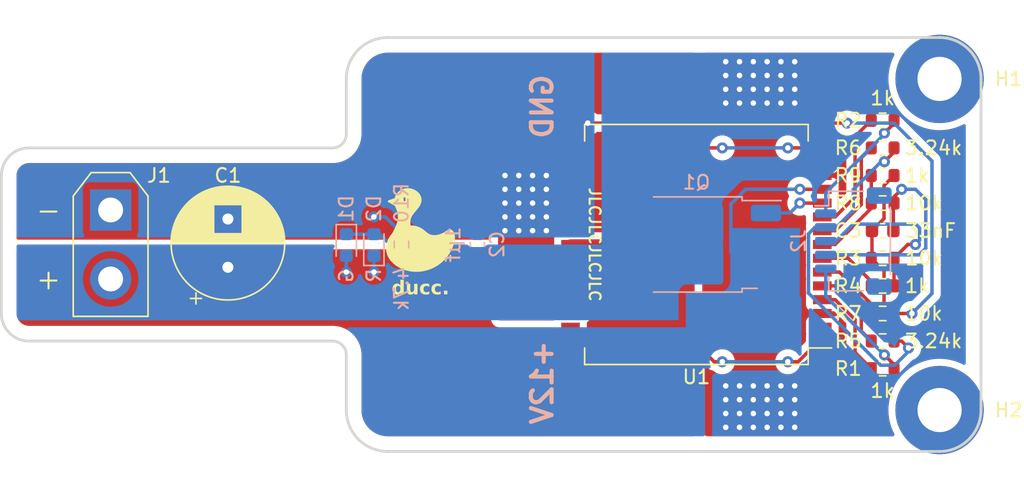
<source format=kicad_pcb>
(kicad_pcb (version 20221018) (generator pcbnew)
  (layers (0 "F.Cu" signal) (31 "B.Cu" signal) (34 "B.Paste" user) (35 "F.Paste" user) (36 "B.SilkS" user "B.Silkscreen") (37 "F.SilkS" user "F.Silkscreen") (38 "B.Mask" user) (39 "F.Mask" user) (44 "Edge.Cuts" user))
  (net 0 "")
  (net 1 "Net-(Q1-D)")
  (net 2 "GND")
  (net 3 "/CS")
  (net 4 "/INA")
  (net 5 "/EN")
  (net 6 "/INB")
  (net 7 "Net-(U1-INA)")
  (net 8 "/PWM")
  (net 9 "Net-(U1-INB)")
  (net 10 "Net-(U1-PWM)")
  (net 11 "Net-(U1-EN{slash}DIAGA)")
  (net 12 "Net-(U1-EN{slash}DIAGB)")
  (net 13 "Net-(U1-CS_DIS)")
  (net 14 "Net-(U1-CS)")
  (net 15 "/OUTA")
  (net 17 "/CP")
  (net 18 "+12V")
  (net 20 "/OUTB")
  (net 25 "Net-(D1-K)")
  (footprint "MountingHole:MountingHole_3.2mm_M3_Pad" (layer "F.Cu") (at 127 93)
    (fp_text reference "H1" (at 5 0) (layer "F.SilkS"))
    (fp_text value "MountingHole")
    (pad "1" thru_hole circle (at 0 0) (size 6.4 6.4) (drill 3.2) (layers "*.Cu" "*.Mask"))
  )
  (footprint "Resistor_SMD:R_0603_1608Metric" (layer "F.Cu") (at 122.875 106)
    (fp_text reference "R3" (at -2.5 0) (layer "F.SilkS"))
    (fp_text value "10k" (at 3 0) (layer "F.SilkS"))
    (pad "1" smd roundrect (at -0.825 0) (size 0.8 0.95) (layers "F.Cu" "F.Paste" "F.Mask") (net 2 "GND"))
    (pad "2" smd roundrect (at 0.825 0) (size 0.8 0.95) (layers "F.Cu" "F.Paste" "F.Mask") (net 8 "/PWM"))
  )
  (footprint "MountingHole:MountingHole_3.2mm_M3_Pad" (layer "F.Cu") (at 127 117)
    (fp_text reference "H2" (at 5 0) (layer "F.SilkS"))
    (fp_text value "MountingHole")
    (pad "1" thru_hole circle (at 0 0) (size 6.4 6.4) (drill 3.2) (layers "*.Cu" "*.Mask"))
  )
  (footprint "Resistor_SMD:R_0603_1608Metric" (layer "F.Cu") (at 122.875 108 180)
    (fp_text reference "R4" (at 2.5 0) (layer "F.SilkS"))
    (fp_text value "1k" (at -2.5 0) (layer "F.SilkS"))
    (pad "1" smd roundrect (at -0.825 0 180) (size 0.8 0.95) (layers "F.Cu" "F.Paste" "F.Mask") (net 8 "/PWM"))
    (pad "2" smd roundrect (at 0.825 0 180) (size 0.8 0.95) (layers "F.Cu" "F.Paste" "F.Mask") (net 10 "Net-(U1-PWM)"))
  )
  (footprint "Resistor_SMD:R_0603_1608Metric" (layer "F.Cu") (at 122.875 102 180)
    (fp_text reference "R8" (at 2.5 0) (layer "F.SilkS"))
    (fp_text value "10k" (at -3 0) (layer "F.SilkS"))
    (pad "1" smd roundrect (at -0.825 0 180) (size 0.8 0.95) (layers "F.Cu" "F.Paste" "F.Mask") (net 3 "/CS"))
    (pad "2" smd roundrect (at 0.825 0 180) (size 0.8 0.95) (layers "F.Cu" "F.Paste" "F.Mask") (net 14 "Net-(U1-CS)"))
  )
  (footprint "LOGO" (layer "F.Cu") (at 89.375 103.949805)
    (fp_text reference "G***" hide)
    (fp_text value "LOGO" hide)
  )
  (footprint "Resistor_SMD:R_0603_1608Metric" (layer "F.Cu") (at 122.875 98 180)
    (fp_text reference "R6" (at 2.5 0) (layer "F.SilkS"))
    (fp_text value "3.24k" (at -3.690476 0) (layer "F.SilkS"))
    (pad "1" smd roundrect (at -0.825 0 180) (size 0.8 0.95) (layers "F.Cu" "F.Paste" "F.Mask") (net 5 "/EN"))
    (pad "2" smd roundrect (at 0.825 0 180) (size 0.8 0.95) (layers "F.Cu" "F.Paste" "F.Mask") (net 12 "Net-(U1-EN{slash}DIAGB)"))
  )
  (footprint "Capacitor_THT:CP_Radial_D8.0mm_P3.50mm" (layer "F.Cu") (at 75.418036 106.652651 90)
    (fp_text reference "C1" (at 6.652651 0 180) (layer "F.SilkS"))
    (fp_text value "680µF")
    (pad "1" thru_hole rect (at 0 0 90) (size 1.6 1.6) (drill 0.8) (layers "*.Cu" "*.Mask") (net 1 "Net-(Q1-D)"))
    (pad "2" thru_hole circle (at 3.5 0 90) (size 1.6 1.6) (drill 0.8) (layers "*.Cu" "*.Mask") (net 2 "GND"))
  )
  (footprint "Package_SO:ST_MultiPowerSO-30" (layer "F.Cu") (at 109.375 105 180)
    (fp_text reference "U1" (at 0 -9.6) (layer "F.SilkS"))
    (fp_text value "VNH5019A-E")
    (pad "1" smd rect (at -9.125 -7 90) (size 0.66 1.35) (layers "F.Cu" "F.Paste" "F.Mask") (net 15 "/OUTA"))
    (pad "2" smd rect (at -9.125 -6 90) (size 0.66 1.35) (layers "F.Cu" "F.Paste" "F.Mask"))
    (pad "3" smd rect (at -9.125 -5 90) (size 0.66 1.35) (layers "F.Cu" "F.Paste" "F.Mask") (net 1 "Net-(Q1-D)"))
    (pad "4" smd rect (at -9.125 -4 90) (size 0.66 1.35) (layers "F.Cu" "F.Paste" "F.Mask") (net 7 "Net-(U1-INA)"))
    (pad "5" smd rect (at -9.125 -3 90) (size 0.66 1.35) (layers "F.Cu" "F.Paste" "F.Mask") (net 11 "Net-(U1-EN{slash}DIAGA)"))
    (pad "6" smd rect (at -9.125 -2 90) (size 0.66 1.35) (layers "F.Cu" "F.Paste" "F.Mask") (net 13 "Net-(U1-CS_DIS)"))
    (pad "7" smd rect (at -9.125 -1 90) (size 0.66 1.35) (layers "F.Cu" "F.Paste" "F.Mask") (net 10 "Net-(U1-PWM)"))
    (pad "8" smd rect (at -9.125 0 90) (size 0.66 1.35) (layers "F.Cu" "F.Paste" "F.Mask") (net 14 "Net-(U1-CS)"))
    (pad "9" smd rect (at -9.125 1 90) (size 0.66 1.35) (layers "F.Cu" "F.Paste" "F.Mask") (net 12 "Net-(U1-EN{slash}DIAGB)"))
    (pad "10" smd rect (at -9.125 2 90) (size 0.66 1.35) (layers "F.Cu" "F.Paste" "F.Mask") (net 9 "Net-(U1-INB)"))
    (pad "11" smd rect (at -9.125 3 90) (size 0.66 1.35) (layers "F.Cu" "F.Paste" "F.Mask") (net 17 "/CP"))
    (pad "12" smd rect (at -9.125 4 90) (size 0.66 1.35) (layers "F.Cu" "F.Paste" "F.Mask") (net 18 "+12V"))
    (pad "13" smd rect (at -9.125 5 90) (size 0.66 1.35) (layers "F.Cu" "F.Paste" "F.Mask") (net 1 "Net-(Q1-D)"))
    (pad "14" smd rect (at -9.125 6 90) (size 0.66 1.35) (layers "F.Cu" "F.Paste" "F.Mask"))
    (pad "15" smd rect (at -9.125 7 90) (size 0.66 1.35) (layers "F.Cu" "F.Paste" "F.Mask") (net 20 "/OUTB"))
    (pad "16" smd rect (at 9.125 7 90) (size 0.66 1.35) (layers "F.Cu" "F.Paste" "F.Mask") (net 20 "/OUTB"))
    (pad "17" smd rect (at 9.125 6 90) (size 0.66 1.35) (layers "F.Cu" "F.Paste" "F.Mask"))
    (pad "18" smd rect (at 9.125 5 90) (size 0.66 1.35) (layers "F.Cu" "F.Paste" "F.Mask") (net 2 "GND"))
    (pad "19" smd rect (at 9.125 4 90) (size 0.66 1.35) (layers "F.Cu" "F.Paste" "F.Mask") (net 2 "GND"))
    (pad "20" smd rect (at 9.125 3 90) (size 0.66 1.35) (layers "F.Cu" "F.Paste" "F.Mask") (net 2 "GND"))
    (pad "21" smd rect (at 9.125 2 90) (size 0.66 1.35) (layers "F.Cu" "F.Paste" "F.Mask") (net 20 "/OUTB"))
    (pad "22" smd rect (at 9.125 1 90) (size 0.66 1.35) (layers "F.Cu" "F.Paste" "F.Mask"))
    (pad "23" smd rect (at 9.125 0 90) (size 0.66 1.35) (layers "F.Cu" "F.Paste" "F.Mask") (net 1 "Net-(Q1-D)"))
    (pad "24" smd rect (at 9.125 -1 90) (size 0.66 1.35) (layers "F.Cu" "F.Paste" "F.Mask"))
    (pad "25" smd rect (at 9.125 -2 90) (size 0.66 1.35) (layers "F.Cu" "F.Paste" "F.Mask") (net 15 "/OUTA"))
    (pad "26" smd rect (at 9.125 -3 90) (size 0.66 1.35) (layers "F.Cu" "F.Paste" "F.Mask") (net 2 "GND"))
    (pad "27" smd rect (at 9.125 -4 90) (size 0.66 1.35) (layers "F.Cu" "F.Paste" "F.Mask") (net 2 "GND"))
    (pad "28" smd rect (at 9.125 -5 90) (size 0.66 1.35) (layers "F.Cu" "F.Paste" "F.Mask") (net 2 "GND"))
    (pad "29" smd rect (at 9.125 -6 90) (size 0.66 1.35) (layers "F.Cu" "F.Paste" "F.Mask"))
    (pad "30" smd rect (at 9.125 -7 90) (size 0.66 1.35) (layers "F.Cu" "F.Paste" "F.Mask") (net 15 "/OUTA"))
    (pad "31" smd rect (at -3.05 0 180) (size 5.25 10.3) (layers "F.Cu" "F.Paste" "F.Mask") (net 1 "Net-(Q1-D)"))
    (pad "32" smd rect (at 3.05 4.165 180) (size 5.25 6.23) (layers "F.Cu" "F.Paste" "F.Mask") (net 20 "/OUTB"))
    (pad "33" smd rect (at 3.05 -4.165 180) (size 5.25 6.23) (layers "F.Cu" "F.Paste" "F.Mask") (net 15 "/OUTA"))
  )
  (footprint "Resistor_SMD:R_0603_1608Metric" (layer "F.Cu") (at 122.875 112 180)
    (fp_text reference "R5" (at 2.5 0) (layer "F.SilkS"))
    (fp_text value "3.24k" (at -3.690476 0) (layer "F.SilkS"))
    (pad "1" smd roundrect (at -0.825 0 180) (size 0.8 0.95) (layers "F.Cu" "F.Paste" "F.Mask") (net 5 "/EN"))
    (pad "2" smd roundrect (at 0.825 0 180) (size 0.8 0.95) (layers "F.Cu" "F.Paste" "F.Mask") (net 11 "Net-(U1-EN{slash}DIAGA)"))
  )
  (footprint "Capacitor_SMD:C_0603_1608Metric" (layer "F.Cu") (at 122.875 104 180)
    (fp_text reference "C3" (at 2.5 0) (layer "F.SilkS"))
    (fp_text value "33nF" (at -3.47619 0) (layer "F.SilkS"))
    (pad "1" smd roundrect (at -0.775 0 180) (size 0.9 0.95) (layers "F.Cu" "F.Paste" "F.Mask") (net 3 "/CS"))
    (pad "2" smd roundrect (at 0.775 0 180) (size 0.9 0.95) (layers "F.Cu" "F.Paste" "F.Mask") (net 2 "GND"))
  )
  (footprint "Resistor_SMD:R_0603_1608Metric" (layer "F.Cu") (at 122.875 100 180)
    (fp_text reference "R9" (at 2.5 0) (layer "F.SilkS"))
    (fp_text value "1k" (at -2.5 0) (layer "F.SilkS"))
    (pad "1" smd roundrect (at -0.825 0 180) (size 0.8 0.95) (layers "F.Cu" "F.Paste" "F.Mask") (net 2 "GND"))
    (pad "2" smd roundrect (at 0.825 0 180) (size 0.8 0.95) (layers "F.Cu" "F.Paste" "F.Mask") (net 14 "Net-(U1-CS)"))
  )
  (footprint "Resistor_SMD:R_0603_1608Metric" (layer "F.Cu") (at 122.875 96 180)
    (fp_text reference "R2" (at 2.5 0) (layer "F.SilkS"))
    (fp_text value "1k" (at 0 1.6) (layer "F.SilkS"))
    (pad "1" smd roundrect (at -0.825 0 180) (size 0.8 0.95) (layers "F.Cu" "F.Paste" "F.Mask") (net 6 "/INB"))
    (pad "2" smd roundrect (at 0.825 0 180) (size 0.8 0.95) (layers "F.Cu" "F.Paste" "F.Mask") (net 9 "Net-(U1-INB)"))
  )
  (footprint "Resistor_SMD:R_0603_1608Metric" (layer "F.Cu") (at 122.875 114 180)
    (fp_text reference "R1" (at 2.5 0) (layer "F.SilkS"))
    (fp_text value "1k" (at 0 -1.6) (layer "F.SilkS"))
    (pad "1" smd roundrect (at -0.825 0 180) (size 0.8 0.95) (layers "F.Cu" "F.Paste" "F.Mask") (net 4 "/INA"))
    (pad "2" smd roundrect (at 0.825 0 180) (size 0.8 0.95) (layers "F.Cu" "F.Paste" "F.Mask") (net 7 "Net-(U1-INA)"))
  )
  (footprint "Resistor_SMD:R_0603_1608Metric" (layer "F.Cu") (at 122.875 110 180)
    (fp_text reference "R7" (at 2.5 0) (layer "F.SilkS"))
    (fp_text value "10k" (at -2.976191 0) (layer "F.SilkS"))
    (pad "1" smd roundrect (at -0.825 0 180) (size 0.8 0.95) (layers "F.Cu" "F.Paste" "F.Mask") (net 2 "GND"))
    (pad "2" smd roundrect (at 0.825 0 180) (size 0.8 0.95) (layers "F.Cu" "F.Paste" "F.Mask") (net 13 "Net-(U1-CS_DIS)"))
  )
  (footprint "Connector_AMASS:AMASS_XT30UPB-F_1x02_P5.0mm_Vertical" (layer "F.Cu") (at 66.918036 102.5 -90)
    (fp_text reference "J1" (at -2.5 -3.5) (layer "F.SilkS"))
    (fp_text value "XT30UPBF")
    (fp_text user "+" (at 5 4.5) (layer "F.SilkS") (effects (font (size 1.5 1.5))))
    (fp_text user "-" (at 0 4.5) (layer "F.SilkS") (effects (font (size 1.5 1.5))))
    (pad "1" thru_hole rect (at 0 0 270) (size 3 3) (drill 1.8) (layers "*.Cu" "*.Mask") (net 20 "/OUTB"))
    (pad "2" thru_hole circle (at 5 0 270) (size 3 3) (drill 1.8) (layers "*.Cu" "*.Mask") (net 15 "/OUTA"))
  )
  (footprint "Diode_SMD:D_0603_1608Metric" (layer "B.Cu") (at 86 105.04 90)
    (fp_text reference "D2" (at 2.64 0 90) (layer "B.SilkS") (effects (justify mirror)))
    (fp_text value "R" (at -2.21 0 90) (layer "B.SilkS") (effects (justify mirror)))
    (pad "1" smd roundrect (at -0.7875 0 90) (size 0.875 0.95) (layers "B.Cu" "B.Paste" "B.Mask") (net 15 "/OUTA"))
    (pad "2" smd roundrect (at 0.7875 0 90) (size 0.875 0.95) (layers "B.Cu" "B.Paste" "B.Mask") (net 25 "Net-(D1-K)"))
  )
  (footprint "Package_TO_SOT_SMD:TO-252-2" (layer "B.Cu") (at 109.375 105 180)
    (fp_text reference "Q1" (at 0 4.5) (layer "B.SilkS") (effects (justify mirror)))
    (fp_text value "Q_NMOS_GDS")
    (pad "1" smd roundrect (at -5.04 2.28 180) (size 2.2 1.2) (layers "B.Cu" "B.Paste" "B.Mask") (roundrect_rratio 0.2083333333) (net 17 "/CP"))
    (pad "2" smd roundrect (at -0.415 -1.525 180) (size 3.05 2.75) (layers "B.Cu" "B.Paste") (roundrect_rratio 0.09090909091) (net 1 "Net-(Q1-D)"))
    (pad "2" smd roundrect (at -0.415 1.525 180) (size 3.05 2.75) (layers "B.Cu" "B.Paste") (roundrect_rratio 0.09090909091) (net 1 "Net-(Q1-D)"))
    (pad "2" smd roundrect (at 1.26 0 180) (size 6.4 5.8) (layers "B.Cu" "B.Mask") (roundrect_rratio 0.04310293103) (net 1 "Net-(Q1-D)"))
    (pad "2" smd roundrect (at 2.935 -1.525 180) (size 3.05 2.75) (layers "B.Cu" "B.Paste") (roundrect_rratio 0.09090909091) (net 1 "Net-(Q1-D)"))
    (pad "2" smd roundrect (at 2.935 1.525 180) (size 3.05 2.75) (layers "B.Cu" "B.Paste") (roundrect_rratio 0.09090909091) (net 1 "Net-(Q1-D)"))
    (pad "3" smd roundrect (at -5.04 -2.28 180) (size 2.2 1.2) (layers "B.Cu" "B.Paste" "B.Mask") (roundrect_rratio 0.2083333333) (net 18 "+12V"))
  )
  (footprint "Connector_JST:JST_SH_SM05B-SRSS-TB_1x05-1MP_P1.00mm_Horizontal" (layer "B.Cu") (at 120.75 104.75 -90)
    (fp_text reference "J2" (at 0 3.98 90) (layer "B.SilkS") (effects (justify mirror)))
    (fp_text value "SH1.0 5P")
    (pad "1" smd roundrect (at -2 2 270) (size 0.6 1.55) (layers "B.Cu" "B.Paste" "B.Mask") (net 6 "/INB"))
    (pad "2" smd roundrect (at -1 2 270) (size 0.6 1.55) (layers "B.Cu" "B.Paste" "B.Mask") (net 5 "/EN"))
    (pad "3" smd roundrect (at 0 2 270) (size 0.6 1.55) (layers "B.Cu" "B.Paste" "B.Mask") (net 8 "/PWM"))
    (pad "4" smd roundrect (at 1 2 270) (size 0.6 1.55) (layers "B.Cu" "B.Paste" "B.Mask") (net 3 "/CS"))
    (pad "5" smd roundrect (at 2 2 270) (size 0.6 1.55) (layers "B.Cu" "B.Paste" "B.Mask") (net 4 "/INA"))
    (pad "MP" smd roundrect (at -3.3 -1.875 270) (size 1.2 1.8) (layers "B.Cu" "B.Paste" "B.Mask") (roundrect_rratio 0.2083333333))
    (pad "MP" smd roundrect (at 3.3 -1.875 270) (size 1.2 1.8) (layers "B.Cu" "B.Paste" "B.Mask") (roundrect_rratio 0.2083333333))
  )
  (footprint "Capacitor_SMD:C_0603_1608Metric" (layer "B.Cu") (at 93.5 105 90)
    (fp_text reference "C2" (at 0 1.43 90) (layer "B.SilkS") (effects (justify mirror)))
    (fp_text value "1µf" (at 0 -1.75 90) (layer "B.SilkS") (effects (justify mirror)))
    (pad "1" smd roundrect (at -0.775 0 90) (size 0.9 0.95) (layers "B.Cu" "B.Paste" "B.Mask") (net 1 "Net-(Q1-D)"))
    (pad "2" smd roundrect (at 0.775 0 90) (size 0.9 0.95) (layers "B.Cu" "B.Paste" "B.Mask") (net 2 "GND"))
  )
  (footprint "Connector_Wire:SolderWirePad_1x01_SMD_5x10mm" (layer "B.Cu") (at 91.5924 95 -90)
    (fp_text reference "J4" hide)
    (fp_text value "Conn_01x01_Female")
    (pad "1" smd rect (at 0 0 270) (size 5 10) (layers "B.Cu" "B.Paste" "B.Mask") (net 2 "GND"))
  )
  (footprint "Connector_Wire:SolderWirePad_1x01_SMD_5x10mm" (layer "B.Cu") (at 91.5924 115 -90)
    (fp_text reference "J3" hide)
    (fp_text value "Conn_01x01_Female")
    (pad "1" smd rect (at 0 0 270) (size 5 10) (layers "B.Cu" "B.Paste" "B.Mask") (net 18 "+12V"))
  )
  (footprint "Diode_SMD:D_0603_1608Metric" (layer "B.Cu") (at 84 105.04 -90)
    (fp_text reference "D1" (at -2.64 0 90) (layer "B.SilkS") (effects (justify mirror)))
    (fp_text value "G" (at 2.21 0 90) (layer "B.SilkS") (effects (justify mirror)))
    (pad "1" smd roundrect (at -0.7875 0 270) (size 0.875 0.95) (layers "B.Cu" "B.Paste" "B.Mask") (net 25 "Net-(D1-K)"))
    (pad "2" smd roundrect (at 0.7875 0 270) (size 0.875 0.95) (layers "B.Cu" "B.Paste" "B.Mask") (net 15 "/OUTA"))
  )
  (footprint "Resistor_SMD:R_0603_1608Metric" (layer "B.Cu") (at 88 105 90)
    (fp_text reference "R10" (at 3 0 90) (layer "B.SilkS") (effects (justify mirror)))
    (fp_text value "4.7k" (at -3.2 0 90) (layer "B.SilkS") (effects (justify mirror)))
    (pad "1" smd roundrect (at -0.825 0 90) (size 0.8 0.95) (layers "B.Cu" "B.Paste" "B.Mask") (net 25 "Net-(D1-K)"))
    (pad "2" smd roundrect (at 0.825 0 90) (size 0.8 0.95) (layers "B.Cu" "B.Paste" "B.Mask") (net 20 "/OUTB"))
  )
  (gr_arc (start 83 112) (mid 83.707107 112.292893) (end 84 113) (stroke (width 0.2)) (layer "Edge.Cuts"))
  (gr_line (start 127 90) (end 87 90) (stroke (width 0.2)) (layer "Edge.Cuts"))
  (gr_line (start 130 117) (end 130 93) (stroke (width 0.2)) (layer "Edge.Cuts"))
  (gr_arc (start 61 112) (mid 59.585786 111.414214) (end 59 110) (stroke (width 0.2)) (layer "Edge.Cuts"))
  (gr_line (start 84 113) (end 84 117) (stroke (width 0.2)) (layer "Edge.Cuts"))
  (gr_line (start 84 93) (end 84 97) (stroke (width 0.2)) (layer "Edge.Cuts"))
  (gr_arc (start 84 97) (mid 83.707107 97.707107) (end 83 98) (stroke (width 0.2)) (layer "Edge.Cuts"))
  (gr_arc (start 127 90) (mid 129.12132 90.87868) (end 130 93) (stroke (width 0.2)) (layer "Edge.Cuts"))
  (gr_arc (start 130 117) (mid 129.12132 119.12132) (end 127 120) (stroke (width 0.2)) (layer "Edge.Cuts"))
  (gr_arc (start 59 100) (mid 59.585786 98.585786) (end 61 98) (stroke (width 0.2)) (layer "Edge.Cuts"))
  (gr_line (start 83 98) (end 61 98) (stroke (width 0.2)) (layer "Edge.Cuts"))
  (gr_line (start 87 120) (end 127 120) (stroke (width 0.2)) (layer "Edge.Cuts"))
  (gr_arc (start 87 120) (mid 84.87868 119.12132) (end 84 117) (stroke (width 0.2)) (layer "Edge.Cuts"))
  (gr_line (start 59 100) (end 59 110) (stroke (width 0.2)) (layer "Edge.Cuts"))
  (gr_line (start 61 112) (end 83 112) (stroke (width 0.2)) (layer "Edge.Cuts"))
  (gr_arc (start 84 93) (mid 84.87868 90.87868) (end 87 90) (stroke (width 0.2)) (layer "Edge.Cuts"))
  (gr_text "+12V" (at 98.2 115 90) (layer "B.SilkS") (effects (font (size 1.5 1.5) (thickness 0.3)) (justify mirror)))
  (gr_text "GND" (at 98.2 95 90) (layer "B.SilkS") (effects (font (size 1.5 1.5) (thickness 0.3)) (justify mirror)))
  (gr_text "ducc." (at 89.375 108.199805) (layer "F.SilkS") (effects (font (size 1 1) (thickness 0.25) bold)))
  (gr_text "JLCJLCJLCJLC" (at 102 105 270) (layer "F.SilkS") (effects (font (size 0.8 0.8) (thickness 0.15) bold)))
  (segment (start 112.425 105) (end 100.25 105) (width 0.75) (layer "F.Cu") (net 1))
  (via (at 112.5 115.25) (size 0.8) (drill 0.4) (layers "F.Cu" "B.Cu") (net 1))
  (via (at 114.5 116.25) (size 0.8) (drill 0.4) (layers "F.Cu" "B.Cu") (net 1))
  (via (at 116.5 93.75) (size 0.8) (drill 0.4) (layers "F.Cu" "B.Cu") (net 1))
  (via (at 113.5 117.25) (size 0.8) (drill 0.4) (layers "F.Cu" "B.Cu") (net 1))
  (via (at 115.5 116.25) (size 0.8) (drill 0.4) (layers "F.Cu" "B.Cu") (net 1))
  (via (at 116.5 91.75) (size 0.8) (drill 0.4) (layers "F.Cu" "B.Cu") (net 1))
  (via (at 113.5 116.25) (size 0.8) (drill 0.4) (layers "F.Cu" "B.Cu") (net 1))
  (via (at 113.5 92.75) (size 0.8) (drill 0.4) (layers "F.Cu" "B.Cu") (net 1))
  (via (at 114.5 93.75) (size 0.8) (drill 0.4) (layers "F.Cu" "B.Cu") (net 1))
  (via (at 114.5 94.75) (size 0.8) (drill 0.4) (layers "F.Cu" "B.Cu") (net 1))
  (via (at 115.5 118.25) (size 0.8) (drill 0.4) (layers "F.Cu" "B.Cu") (net 1))
  (via (at 115.5 117.25) (size 0.8) (drill 0.4) (layers "F.Cu" "B.Cu") (net 1))
  (via (at 112.5 91.75) (size 0.8) (drill 0.4) (layers "F.Cu" "B.Cu") (net 1))
  (via (at 112.5 116.25) (size 0.8) (drill 0.4) (layers "F.Cu" "B.Cu") (net 1))
  (via (at 115.5 93.75) (size 0.8) (drill 0.4) (layers "F.Cu" "B.Cu") (net 1))
  (via (at 111.5 118.25) (size 0.8) (drill 0.4) (layers "F.Cu" "B.Cu") (net 1))
  (via (at 112.5 118.25) (size 0.8) (drill 0.4) (layers "F.Cu" "B.Cu") (net 1))
  (via (at 111.5 94.75) (size 0.8) (drill 0.4) (layers "F.Cu" "B.Cu") (net 1))
  (via (at 116.5 94.75) (size 0.8) (drill 0.4) (layers "F.Cu" "B.Cu") (net 1))
  (via (at 116.5 92.75) (size 0.8) (drill 0.4) (layers "F.Cu" "B.Cu") (net 1))
  (via (at 112.5 94.75) (size 0.8) (drill 0.4) (layers "F.Cu" "B.Cu") (net 1))
  (via (at 111.5 93.75) (size 0.8) (drill 0.4) (layers "F.Cu" "B.Cu") (net 1))
  (via (at 113.5 118.25) (size 0.8) (drill 0.4) (layers "F.Cu" "B.Cu") (net 1))
  (via (at 111.5 115.25) (size 0.8) (drill 0.4) (layers "F.Cu" "B.Cu") (net 1))
  (via (at 116.5 116.25) (size 0.8) (drill 0.4) (layers "F.Cu" "B.Cu") (net 1))
  (via (at 113.5 115.25) (size 0.8) (drill 0.4) (layers "F.Cu" "B.Cu") (net 1))
  (via (at 114.5 92.75) (size 0.8) (drill 0.4) (layers "F.Cu" "B.Cu") (net 1))
  (via (at 114.5 115.25) (size 0.8) (drill 0.4) (layers "F.Cu" "B.Cu") (net 1))
  (via (at 115.5 94.75) (size 0.8) (drill 0.4) (layers "F.Cu" "B.Cu") (net 1))
  (via (at 115.5 92.75) (size 0.8) (drill 0.4) (layers "F.Cu" "B.Cu") (net 1))
  (via (at 114.5 91.75) (size 0.8) (drill 0.4) (layers "F.Cu" "B.Cu") (net 1))
  (via (at 112.5 93.75) (size 0.8) (drill 0.4) (layers "F.Cu" "B.Cu") (net 1))
  (via (at 113.5 91.75) (size 0.8) (drill 0.4) (layers "F.Cu" "B.Cu") (net 1))
  (via (at 111.5 92.75) (size 0.8) (drill 0.4) (layers "F.Cu" "B.Cu") (net 1))
  (via (at 116.5 115.25) (size 0.8) (drill 0.4) (layers "F.Cu" "B.Cu") (net 1))
  (via (at 113.5 94.75) (size 0.8) (drill 0.4) (layers "F.Cu" "B.Cu") (net 1))
  (via (at 114.5 118.25) (size 0.8) (drill 0.4) (layers "F.Cu" "B.Cu") (net 1))
  (via (at 115.5 115.25) (size 0.8) (drill 0.4) (layers "F.Cu" "B.Cu") (net 1))
  (via (at 111.5 117.25) (size 0.8) (drill 0.4) (layers "F.Cu" "B.Cu") (net 1))
  (via (at 111.5 116.25) (size 0.8) (drill 0.4) (layers "F.Cu" "B.Cu") (net 1))
  (via (at 111.5 91.75) (size 0.8) (drill 0.4) (layers "F.Cu" "B.Cu") (net 1))
  (via (at 112.5 117.25) (size 0.8) (drill 0.4) (layers "F.Cu" "B.Cu") (net 1))
  (via (at 116.5 117.25) (size 0.8) (drill 0.4) (layers "F.Cu" "B.Cu") (net 1))
  (via (at 113.5 93.75) (size 0.8) (drill 0.4) (layers "F.Cu" "B.Cu") (net 1))
  (via (at 112.5 92.75) (size 0.8) (drill 0.4) (layers "F.Cu" "B.Cu") (net 1))
  (via (at 116.5 118.25) (size 0.8) (drill 0.4) (layers "F.Cu" "B.Cu") (net 1))
  (via (at 115.5 91.75) (size 0.8) (drill 0.4) (layers "F.Cu" "B.Cu") (net 1))
  (via (at 114.5 117.25) (size 0.8) (drill 0.4) (layers "F.Cu" "B.Cu") (net 1))
  (segment (start 122.975 100.725) (end 123.7 100) (width 0.25) (layer "F.Cu") (net 2))
  (segment (start 122.1 104) (end 122.975 103.125) (width 0.25) (layer "F.Cu") (net 2))
  (segment (start 123.7 110) (end 122.975 109.275) (width 0.25) (layer "F.Cu") (net 2))
  (segment (start 123.7 110) (end 125 110) (width 0.25) (layer "F.Cu") (net 2))
  (segment (start 122.975 106.925) (end 122.05 106) (width 0.25) (layer "F.Cu") (net 2))
  (segment (start 100.25 102) (end 100.25 101) (width 0.25) (layer "F.Cu") (net 2))
  (segment (start 122.975 109.275) (end 122.975 106.925) (width 0.25) (layer "F.Cu") (net 2))
  (segment (start 100.5 110) (end 100.5 109) (width 0.25) (layer "F.Cu") (net 2))
  (segment (start 100.5 109) (end 100.5 108) (width 0.25) (layer "F.Cu") (net 2))
  (segment (start 100.25 101) (end 100.25 100) (width 0.25) (layer "F.Cu") (net 2))
  (segment (start 122.1 105.95) (end 122.05 106) (width 0.25) (layer "F.Cu") (net 2))
  (segment (start 122.1 104) (end 122.1 105.95) (width 0.25) (layer "F.Cu") (net 2))
  (segment (start 101.5 96.2005) (end 120.299502 96.2005) (width 0.25) (layer "F.Cu") (net 2))
  (segment (start 122.975 103.125) (end 122.975 100.725) (width 0.25) (layer "F.Cu") (net 2))
  (via (at 97.5 102) (size 0.8) (drill 0.4) (layers "F.Cu" "B.Cu") (net 2))
  (via (at 98.5 103) (size 0.8) (drill 0.4) (layers "F.Cu" "B.Cu") (net 2))
  (via (at 98.5 100) (size 0.8) (drill 0.4) (layers "F.Cu" "B.Cu") (net 2))
  (via (at 95.5 104) (size 0.8) (drill 0.4) (layers "F.Cu" "B.Cu") (net 2))
  (via (at 95.5 101) (size 0.8) (drill 0.4) (layers "F.Cu" "B.Cu") (net 2))
  (via (at 95.5 103) (size 0.8) (drill 0.4) (layers "F.Cu" "B.Cu") (net 2))
  (via (at 97.5 100) (size 0.8) (drill 0.4) (layers "F.Cu" "B.Cu") (net 2))
  (via (at 97.5 103) (size 0.8) (drill 0.4) (layers "F.Cu" "B.Cu") (net 2))
  (via (at 98.5 102) (size 0.8) (drill 0.4) (layers "F.Cu" "B.Cu") (net 2))
  (via (at 98.5 104) (size 0.8) (drill 0.4) (layers "F.Cu" "B.Cu") (net 2))
  (via (at 98.5 101) (size 0.8) (drill 0.4) (layers "F.Cu" "B.Cu") (net 2))
  (via (at 96.5 104) (size 0.8) (drill 0.4) (layers "F.Cu" "B.Cu") (net 2))
  (via (at 95.5 100) (size 0.8) (drill 0.4) (layers "F.Cu" "B.Cu") (net 2))
  (via (at 96.5 100) (size 0.8) (drill 0.4) (layers "F.Cu" "B.Cu") (net 2))
  (via (at 125 110) (size 0.8) (drill 0.4) (layers "F.Cu" "B.Cu") (net 2))
  (via (at 101.5 96.2005) (size 0.8) (drill 0.4) (layers "F.Cu" "B.Cu") (net 2))
  (via (at 95.5 102) (size 0.8) (drill 0.4) (layers "F.Cu" "B.Cu") (net 2))
  (via (at 97.5 104) (size 0.8) (drill 0.4) (layers "F.Cu" "B.Cu") (net 2))
  (via (at 96.5 102) (size 0.8) (drill 0.4) (layers "F.Cu" "B.Cu") (net 2))
  (via (at 96.5 103) (size 0.8) (drill 0.4) (layers "F.Cu" "B.Cu") (net 2))
  (via (at 96.5 101) (size 0.8) (drill 0.4) (layers "F.Cu" "B.Cu") (net 2))
  (via (at 97.5 101) (size 0.8) (drill 0.4) (layers "F.Cu" "B.Cu") (net 2))
  (via (at 120.2995 96.2005) (size 0.8) (drill 0.4) (layers "F.Cu" "B.Cu") (net 2))
  (segment (start 125 110) (end 126.45 108.55) (width 0.25) (layer "B.Cu") (net 2))
  (segment (start 126.45 98.95) (end 123.7005 96.2005) (width 0.25) (layer "B.Cu") (net 2))
  (segment (start 126.45 108.55) (end 126.45 98.95) (width 0.25) (layer "B.Cu") (net 2))
  (segment (start 123.7005 96.2005) (end 120.2995 96.2005) (width 0.25) (layer "B.Cu") (net 2))
  (segment (start 123.65 102.05) (end 123.7 102) (width 0.25) (layer "F.Cu") (net 3))
  (segment (start 124.25 101) (end 123.7 101.55) (width 0.25) (layer "F.Cu") (net 3))
  (segment (start 123.7 101.55) (end 123.7 102) (width 0.25) (layer "F.Cu") (net 3))
  (segment (start 123.65 104) (end 123.65 102.05) (width 0.25) (layer "F.Cu") (net 3))
  (via (at 124.25 101) (size 0.8) (drill 0.4) (layers "F.Cu" "B.Cu") (net 3))
  (segment (start 126 101.75) (end 126 105.275305) (width 0.25) (layer "B.Cu") (net 3))
  (segment (start 124.25 101) (end 125.25 101) (width 0.25) (layer "B.Cu") (net 3))
  (segment (start 118.75 105.75) (end 125.525305 105.75) (width 0.25) (layer "B.Cu") (net 3))
  (segment (start 126 105.275305) (end 125.525305 105.75) (width 0.25) (layer "B.Cu") (net 3))
  (segment (start 125.25 101) (end 126 101.75) (width 0.25) (layer "B.Cu") (net 3))
  (segment (start 123.7 113.7) (end 123.7 114) (width 0.25) (layer "F.Cu") (net 4))
  (segment (start 123 113) (end 123.7 113.7) (width 0.25) (layer "F.Cu") (net 4))
  (via (at 123 113) (size 0.8) (drill 0.4) (layers "F.Cu" "B.Cu") (net 4))
  (segment (start 123 113) (end 118.75 108.75) (width 0.25) (layer "B.Cu") (net 4))
  (segment (start 118.75 108.75) (end 118.75 106.75) (width 0.25) (layer "B.Cu") (net 4))
  (segment (start 123.7 98) (end 123.7 98.3) (width 0.25) (layer "F.Cu") (net 5))
  (segment (start 124.25 112) (end 123.7 112) (width 0.25) (layer "F.Cu") (net 5))
  (segment (start 124.75 112.5) (end 124.25 112) (width 0.25) (layer "F.Cu") (net 5))
  (segment (start 123.7 98.3) (end 123 99) (width 0.25) (layer "F.Cu") (net 5))
  (via (at 123 99) (size 0.8) (drill 0.4) (layers "F.Cu" "B.Cu") (net 5))
  (via (at 124.75 112.5) (size 0.8) (drill 0.4) (layers "F.Cu" "B.Cu") (net 5))
  (segment (start 120.75 102.524999) (end 120.75 101.011827) (width 0.25) (layer "B.Cu") (net 5))
  (segment (start 118.75 103.75) (end 119.524999 103.75) (width 0.25) (layer "B.Cu") (net 5))
  (segment (start 123.75 113.75) (end 122.724695 113.75) (width 0.25) (layer "B.Cu") (net 5))
  (segment (start 119.524999 103.75) (end 120.75 102.524999) (width 0.25) (layer "B.Cu") (net 5))
  (segment (start 117.975001 103.75) (end 117.5 104.225001) (width 0.25) (layer "B.Cu") (net 5))
  (segment (start 120.75 101.011827) (end 122.761827 99) (width 0.25) (layer "B.Cu") (net 5))
  (segment (start 122.761827 99) (end 123 99) (width 0.25) (layer "B.Cu") (net 5))
  (segment (start 122.724695 113.75) (end 117.5 108.525305) (width 0.25) (layer "B.Cu") (net 5))
  (segment (start 117.5 108.525305) (end 117.5 104.225001) (width 0.25) (layer "B.Cu") (net 5))
  (segment (start 118.75 103.75) (end 117.975001 103.75) (width 0.25) (layer "B.Cu") (net 5))
  (segment (start 124.75 112.75) (end 123.75 113.75) (width 0.25) (layer "B.Cu") (net 5))
  (segment (start 124.75 112.5) (end 124.75 112.75) (width 0.25) (layer "B.Cu") (net 5))
  (segment (start 123 96.9255) (end 123.7 96.2255) (width 0.25) (layer "F.Cu") (net 6))
  (segment (start 123.7 96.2255) (end 123.7 96) (width 0.25) (layer "F.Cu") (net 6))
  (via (at 123 96.9255) (size 0.8) (drill 0.4) (layers "F.Cu" "B.Cu") (net 6))
  (segment (start 118.75 101.25) (end 118.75 102.75) (width 0.25) (layer "B.Cu") (net 6))
  (segment (start 123 97) (end 118.75 101.25) (width 0.25) (layer "B.Cu") (net 6))
  (segment (start 123 96.9255) (end 123 97) (width 0.25) (layer "B.Cu") (net 6))
  (segment (start 119.425 109) (end 120.875 110.45) (width 0.25) (layer "F.Cu") (net 7))
  (segment (start 120.875 110.45) (end 120.875 112.825) (width 0.25) (layer "F.Cu") (net 7))
  (segment (start 120.875 112.825) (end 122.05 114) (width 0.25) (layer "F.Cu") (net 7))
  (segment (start 118.5 109) (end 119.425 109) (width 0.25) (layer "F.Cu") (net 7))
  (segment (start 124.7 105) (end 123.7 106) (width 0.25) (layer "F.Cu") (net 8))
  (segment (start 123.7 106) (end 123.7 108) (width 0.25) (layer "F.Cu") (net 8))
  (segment (start 125.25 105) (end 124.7 105) (width 0.25) (layer "F.Cu") (net 8))
  (via (at 125.25 105) (size 0.8) (drill 0.4) (layers "F.Cu" "B.Cu") (net 8))
  (segment (start 119.5 104.75) (end 120.725 103.525) (width 0.25) (layer "B.Cu") (net 8))
  (segment (start 118.75 104.75) (end 119.5 104.75) (width 0.25) (layer "B.Cu") (net 8))
  (segment (start 125.275 103.525) (end 125.55048 103.80048) (width 0.25) (layer "B.Cu") (net 8))
  (segment (start 120.725 103.525) (end 125.275 103.525) (width 0.25) (layer "B.Cu") (net 8))
  (segment (start 125.55048 104.69952) (end 125.25 105) (width 0.25) (layer "B.Cu") (net 8))
  (segment (start 125.55048 103.80048) (end 125.55048 104.69952) (width 0.25) (layer "B.Cu") (net 8))
  (segment (start 120.875 101.55) (end 120.875 97.175) (width 0.25) (layer "F.Cu") (net 9))
  (segment (start 118.5 103) (end 119.425 103) (width 0.25) (layer "F.Cu") (net 9))
  (segment (start 120.875 97.175) (end 122.05 96) (width 0.25) (layer "F.Cu") (net 9))
  (segment (start 119.425 103) (end 120.875 101.55) (width 0.25) (layer "F.Cu") (net 9))
  (segment (start 122.05 107.675) (end 120.375 106) (width 0.25) (layer "F.Cu") (net 10))
  (segment (start 122.05 108) (end 122.05 107.675) (width 0.25) (layer "F.Cu") (net 10))
  (segment (start 120.375 106) (end 118.5 106) (width 0.25) (layer "F.Cu") (net 10))
  (segment (start 121.325 111.275) (end 121.325 109.586396) (width 0.25) (layer "F.Cu") (net 11))
  (segment (start 121.325 109.586396) (end 119.738604 108) (width 0.25) (layer "F.Cu") (net 11))
  (segment (start 122.05 112) (end 121.325 111.275) (width 0.25) (layer "F.Cu") (net 11))
  (segment (start 119.738604 108) (end 118.5 108) (width 0.25) (layer "F.Cu") (net 11))
  (segment (start 118.5 104) (end 119.425 104) (width 0.25) (layer "F.Cu") (net 12))
  (segment (start 121.325 102.1) (end 121.325 98.725) (width 0.25) (layer "F.Cu") (net 12))
  (segment (start 121.325 98.725) (end 122.05 98) (width 0.25) (layer "F.Cu") (net 12))
  (segment (start 119.425 104) (end 121.325 102.1) (width 0.25) (layer "F.Cu") (net 12))
  (segment (start 122.05 109.311396) (end 122.05 110) (width 0.25) (layer "F.Cu") (net 13))
  (segment (start 119.738604 107) (end 122.05 109.311396) (width 0.25) (layer "F.Cu") (net 13))
  (segment (start 118.5 107) (end 119.738604 107) (width 0.25) (layer "F.Cu") (net 13))
  (segment (start 122.05 102) (end 122.05 100) (width 0.25) (layer "F.Cu") (net 14))
  (segment (start 119.425 105) (end 122.05 102.375) (width 0.25) (layer "F.Cu") (net 14))
  (segment (start 118.5 105) (end 119.425 105) (width 0.25) (layer "F.Cu") (net 14))
  (segment (start 122.05 102.375) (end 122.05 102) (width 0.25) (layer "F.Cu") (net 14))
  (segment (start 111.25 113.5) (end 110.66 113.5) (width 0.25) (layer "F.Cu") (net 15))
  (segment (start 118.25 112) (end 116.75 113.5) (width 0.25) (layer "F.Cu") (net 15))
  (segment (start 110.66 113.5) (end 106.325 109.165) (width 0.25) (layer "F.Cu") (net 15))
  (segment (start 118.5 112) (end 118.25 112) (width 0.25) (layer "F.Cu") (net 15))
  (segment (start 116.75 113.5) (end 116 113.5) (width 0.25) (layer "F.Cu") (net 15))
  (via (at 86 107) (size 0.8) (drill 0.4) (layers "F.Cu" "B.Cu") (net 15))
  (via (at 84 107) (size 0.8) (drill 0.4) (layers "F.Cu" "B.Cu") (net 15))
  (via (at 111.25 113.5) (size 0.8) (drill 0.4) (layers "F.Cu" "B.Cu") (net 15))
  (via (at 116 113.5) (size 0.8) (drill 0.4) (layers "F.Cu" "B.Cu") (net 15))
  (segment (start 86 105.8275) (end 86 107) (width 0.25) (layer "B.Cu") (net 15))
  (segment (start 84 105.8275) (end 84 107) (width 0.25) (layer "B.Cu") (net 15))
  (segment (start 116 113.5) (end 111.25 113.5) (width 0.25) (layer "B.Cu") (net 15))
  (segment (start 118.5 102) (end 116.875 102) (width 0.25) (layer "F.Cu") (net 17))
  (via (at 116.875 102) (size 0.8) (drill 0.4) (layers "F.Cu" "B.Cu") (net 17))
  (segment (start 113.575 102.72) (end 116.155 102.72) (width 0.25) (layer "B.Cu") (net 17))
  (segment (start 116.155 102.72) (end 116.875 102) (width 0.25) (layer "B.Cu") (net 17))
  (segment (start 118.5 101) (end 116.875 101) (width 0.25) (layer "F.Cu") (net 18))
  (via (at 116.875 101) (size 0.8) (drill 0.4) (layers "F.Cu" "B.Cu") (net 18))
  (segment (start 111.875 102.07) (end 111.875 105.58) (width 0.25) (layer "B.Cu") (net 18))
  (segment (start 112.945 101) (end 111.875 102.07) (width 0.25) (layer "B.Cu") (net 18))
  (segment (start 111.875 105.58) (end 113.575 107.28) (width 0.25) (layer "B.Cu") (net 18))
  (segment (start 116.875 101) (end 112.945 101) (width 0.25) (layer "B.Cu") (net 18))
  (segment (start 111.25 98) (end 109.16 98) (width 0.25) (layer "F.Cu") (net 20))
  (segment (start 109.16 98) (end 106.325 100.835) (width 0.25) (layer "F.Cu") (net 20))
  (segment (start 116 98) (end 118.5 98) (width 0.25) (layer "F.Cu") (net 20))
  (via (at 116 98) (size 0.8) (drill 0.4) (layers "F.Cu" "B.Cu") (net 20))
  (via (at 86 103) (size 0.8) (drill 0.4) (layers "F.Cu" "B.Cu") (net 20))
  (via (at 111.25 98) (size 0.8) (drill 0.4) (layers "F.Cu" "B.Cu") (net 20))
  (segment (start 86 103) (end 86.825 103) (width 0.25) (layer "B.Cu") (net 20))
  (segment (start 86.825 103) (end 88 104.175) (width 0.25) (layer "B.Cu") (net 20))
  (segment (start 111.25 98) (end 116 98) (width 0.25) (layer "B.Cu") (net 20))
  (segment (start 88 105.825) (end 86.4275 104.2525) (width 0.25) (layer "B.Cu") (net 25))
  (segment (start 86.4275 104.2525) (end 86 104.2525) (width 0.25) (layer "B.Cu") (net 25))
  (segment (start 84 104.2525) (end 86 104.2525) (width 0.25) (layer "B.Cu") (net 25))
  (zone (net 20) (net_name "/OUTB") (layer "F.Cu") (connect_pads yes (clearance 0.508)) (min_thickness 0.254) (fill yes (thermal_gap 0.508) (thermal_bridge_width 0.508))
    (polygon (pts (xy 109.25 104.65) (xy 59 104.65) (xy 59 89.5) (xy 109.25 89.5)))
  )
  (zone (net 15) (net_name "/OUTA") (layer "F.Cu") (connect_pads yes (clearance 0.508)) (min_thickness 0.254) (fill yes (thermal_gap 0.508) (thermal_bridge_width 0.508))
    (polygon (pts (xy 109.25 120.5) (xy 59 120.5) (xy 59 105.35) (xy 109.25 105.35)))
  )
  (zone (net 2) (net_name "GND") (layer "F.Cu") (priority 3) (connect_pads yes (clearance 0.508)) (min_thickness 0.254) (fill yes (thermal_gap 0.508) (thermal_bridge_width 0.508))
    (polygon (pts (xy 101.25 110.5) (xy 95 110.5) (xy 95 107.5) (xy 101.25 107.5)))
  )
  (zone (net 1) (net_name "Net-(Q1-D)") (layer "F.Cu") (connect_pads yes (clearance 0.508)) (min_thickness 0.254) (fill yes (thermal_gap 0.508) (thermal_bridge_width 0.508))
    (polygon (pts (xy 130 120.5) (xy 110 120.5) (xy 110 89.5) (xy 130 89.5)))
  )
  (zone (net 2) (net_name "GND") (layer "F.Cu") (priority 3) (connect_pads yes (clearance 0.508)) (min_thickness 0.254) (fill yes (thermal_gap 0.508) (thermal_bridge_width 0.508))
    (polygon (pts (xy 101.25 110.5) (xy 95 110.5) (xy 95 99.5) (xy 101.25 99.5)))
  )
  (zone (net 1) (net_name "Net-(Q1-D)") (layer "B.Cu") (priority 1) (connect_pads yes (clearance 0.508)) (min_thickness 0.254) (fill yes (thermal_gap 0.508) (thermal_bridge_width 0.508))
    (polygon (pts (xy 130 120.5) (xy 99.5 120.5) (xy 99.5 110.5) (xy 59 110.5) (xy 59 105) (xy 102.5 105) (xy 102.5 89.5) (xy 130 89.5)))
  )
  (zone (net 18) (net_name "+12V") (layer "B.Cu") (priority 2) (connect_pads yes (clearance 0.508)) (min_thickness 0.254) (fill yes (thermal_gap 0.508) (thermal_bridge_width 0.508))
    (polygon (pts (xy 117 114) (xy 110 114) (xy 110 120.6) (xy 84 120.6) (xy 84 111) (xy 108.6 111) (xy 108.6 103.8) (xy 117 103.8)))
  )
  (zone (net 2) (net_name "GND") (layer "B.Cu") (connect_pads yes (clearance 0.508)) (min_thickness 0.254) (fill yes (thermal_gap 0.508) (thermal_bridge_width 0.508))
    (polygon (pts (xy 103.5 105) (xy 59 105) (xy 59 89.5) (xy 103.5 89.5)))
  )
)
</source>
